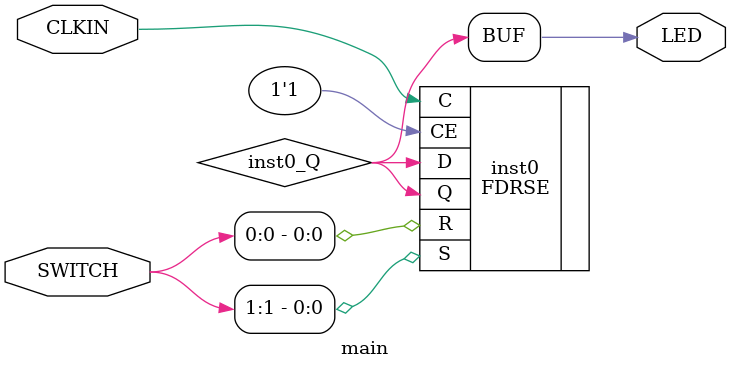
<source format=v>
module main (output [0:0] LED, input  CLKIN, input [1:0] SWITCH);
wire  inst0_Q;
FDRSE #(.INIT(1'h0)) inst0 (.C(CLKIN), .CE(1'b1), .R(SWITCH[0]), .S(SWITCH[1]), .D(inst0_Q), .Q(inst0_Q));
assign LED = {inst0_Q};
endmodule


</source>
